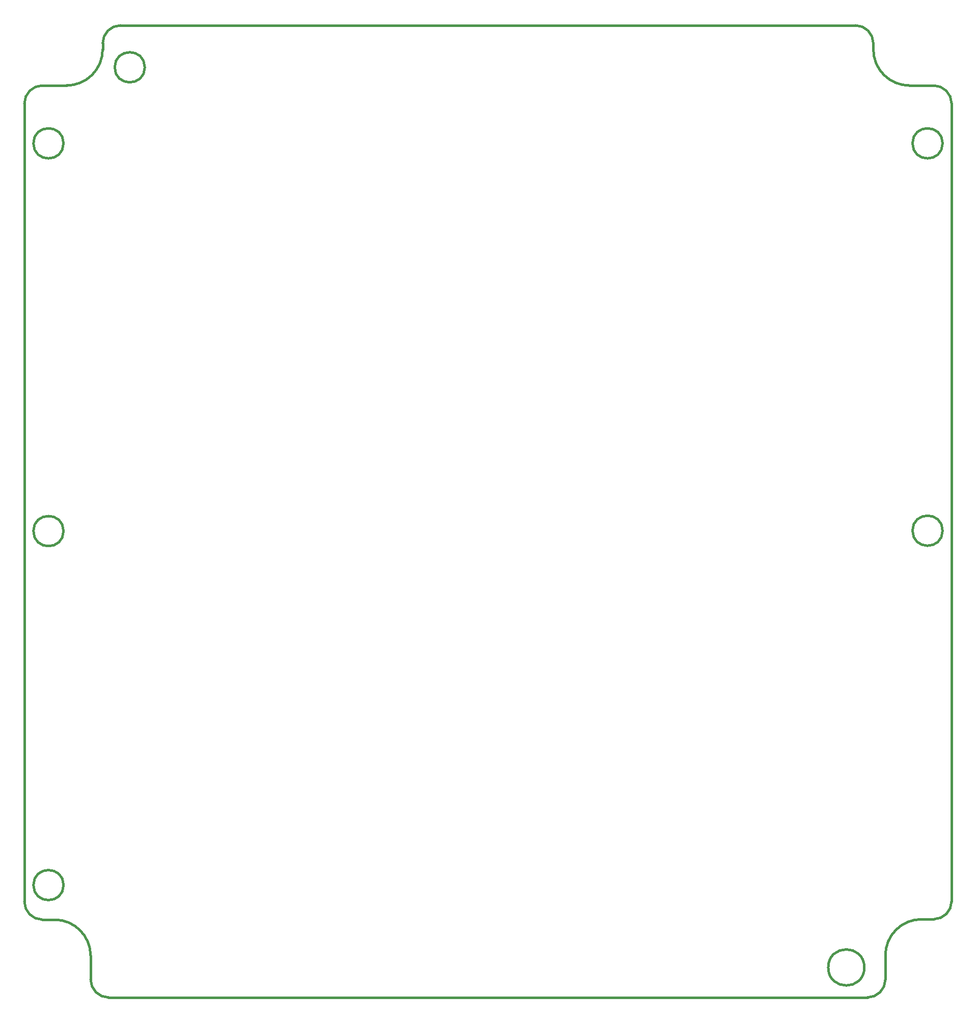
<source format=gbr>
G04 (created by PCBNEW (2013-07-07 BZR 4022)-stable) date 7/10/2014 10:27:14 PM*
%MOIN*%
G04 Gerber Fmt 3.4, Leading zero omitted, Abs format*
%FSLAX34Y34*%
G01*
G70*
G90*
G04 APERTURE LIST*
%ADD10C,0.00393701*%
%ADD11C,0.015*%
G04 APERTURE END LIST*
G54D10*
G54D11*
X98878Y-77122D02*
G75*
G02X101242Y-74758I2364J0D01*
G74*
G01*
X102621Y-23940D02*
G75*
G03X102621Y-23940I-985J0D01*
G74*
G01*
X45097Y-23940D02*
G75*
G03X45097Y-23940I-985J0D01*
G74*
G01*
X96908Y-16213D02*
G75*
G02X98090Y-17395I0J-1181D01*
G74*
G01*
X97499Y-77914D02*
G75*
G03X97499Y-77914I-1181J0D01*
G74*
G01*
X47658Y-17395D02*
G75*
G02X48840Y-16213I1182J0D01*
G74*
G01*
X97696Y-79882D02*
X48053Y-79882D01*
X50416Y-18959D02*
G75*
G03X50416Y-18959I-985J0D01*
G74*
G01*
X102621Y-49309D02*
G75*
G03X102621Y-49309I-985J0D01*
G74*
G01*
X45097Y-49334D02*
G75*
G03X45097Y-49334I-985J0D01*
G74*
G01*
X45097Y-72520D02*
G75*
G03X45097Y-72520I-985J0D01*
G74*
G01*
X47658Y-17395D02*
X47658Y-17789D01*
X45294Y-20153D02*
X43718Y-20153D01*
X47658Y-17789D02*
G75*
G02X45294Y-20153I-2363J0D01*
G74*
G01*
X48840Y-16213D02*
X96908Y-16213D01*
X98090Y-17395D02*
X98090Y-17789D01*
X100454Y-20153D02*
X102030Y-20153D01*
X100454Y-20153D02*
G75*
G02X98090Y-17789I0J2364D01*
G74*
G01*
X96908Y-16213D02*
G75*
G02X98090Y-17395I0J-1181D01*
G74*
G01*
X47658Y-17395D02*
G75*
G02X48840Y-16213I1182J0D01*
G74*
G01*
X98878Y-78700D02*
X98878Y-77122D01*
X101242Y-74758D02*
X102030Y-74758D01*
X44507Y-74785D02*
X43718Y-74785D01*
X44507Y-74785D02*
G75*
G02X46871Y-77149I0J-2364D01*
G74*
G01*
X46871Y-77149D02*
X46871Y-78700D01*
X42536Y-21335D02*
X42536Y-73603D01*
X103212Y-21335D02*
X103212Y-73576D01*
X102032Y-20153D02*
G75*
G02X103212Y-21335I-2J-1181D01*
G74*
G01*
X103212Y-73576D02*
G75*
G02X102030Y-74758I-1182J0D01*
G74*
G01*
X98878Y-78700D02*
G75*
G02X97696Y-79882I-1182J0D01*
G74*
G01*
X48053Y-79882D02*
G75*
G02X46871Y-78700I0J1182D01*
G74*
G01*
X43716Y-74785D02*
G75*
G02X42536Y-73603I2J1181D01*
G74*
G01*
X42536Y-21335D02*
G75*
G02X43718Y-20153I1182J0D01*
G74*
G01*
M02*

</source>
